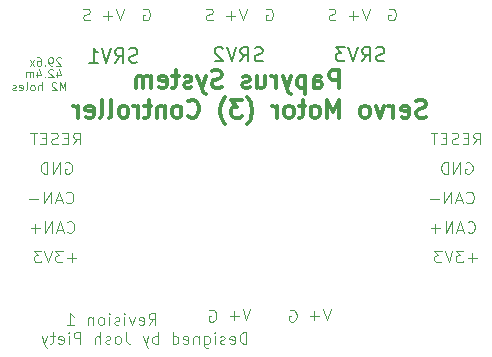
<source format=gbr>
%TF.GenerationSoftware,KiCad,Pcbnew,9.0.2*%
%TF.CreationDate,2025-06-30T23:17:22-04:00*%
%TF.ProjectId,Serv3Controller,53657276-3343-46f6-9e74-726f6c6c6572,rev?*%
%TF.SameCoordinates,Original*%
%TF.FileFunction,Legend,Bot*%
%TF.FilePolarity,Positive*%
%FSLAX46Y46*%
G04 Gerber Fmt 4.6, Leading zero omitted, Abs format (unit mm)*
G04 Created by KiCad (PCBNEW 9.0.2) date 2025-06-30 23:17:22*
%MOMM*%
%LPD*%
G01*
G04 APERTURE LIST*
%ADD10C,0.100000*%
%ADD11C,0.300000*%
%ADD12C,0.150000*%
%ADD13C,0.087500*%
G04 APERTURE END LIST*
D10*
X93296115Y-102572419D02*
X93296115Y-101572419D01*
X93296115Y-101572419D02*
X93058020Y-101572419D01*
X93058020Y-101572419D02*
X92915163Y-101620038D01*
X92915163Y-101620038D02*
X92819925Y-101715276D01*
X92819925Y-101715276D02*
X92772306Y-101810514D01*
X92772306Y-101810514D02*
X92724687Y-102000990D01*
X92724687Y-102000990D02*
X92724687Y-102143847D01*
X92724687Y-102143847D02*
X92772306Y-102334323D01*
X92772306Y-102334323D02*
X92819925Y-102429561D01*
X92819925Y-102429561D02*
X92915163Y-102524800D01*
X92915163Y-102524800D02*
X93058020Y-102572419D01*
X93058020Y-102572419D02*
X93296115Y-102572419D01*
X91915163Y-102524800D02*
X92010401Y-102572419D01*
X92010401Y-102572419D02*
X92200877Y-102572419D01*
X92200877Y-102572419D02*
X92296115Y-102524800D01*
X92296115Y-102524800D02*
X92343734Y-102429561D01*
X92343734Y-102429561D02*
X92343734Y-102048609D01*
X92343734Y-102048609D02*
X92296115Y-101953371D01*
X92296115Y-101953371D02*
X92200877Y-101905752D01*
X92200877Y-101905752D02*
X92010401Y-101905752D01*
X92010401Y-101905752D02*
X91915163Y-101953371D01*
X91915163Y-101953371D02*
X91867544Y-102048609D01*
X91867544Y-102048609D02*
X91867544Y-102143847D01*
X91867544Y-102143847D02*
X92343734Y-102239085D01*
X91486591Y-102524800D02*
X91391353Y-102572419D01*
X91391353Y-102572419D02*
X91200877Y-102572419D01*
X91200877Y-102572419D02*
X91105639Y-102524800D01*
X91105639Y-102524800D02*
X91058020Y-102429561D01*
X91058020Y-102429561D02*
X91058020Y-102381942D01*
X91058020Y-102381942D02*
X91105639Y-102286704D01*
X91105639Y-102286704D02*
X91200877Y-102239085D01*
X91200877Y-102239085D02*
X91343734Y-102239085D01*
X91343734Y-102239085D02*
X91438972Y-102191466D01*
X91438972Y-102191466D02*
X91486591Y-102096228D01*
X91486591Y-102096228D02*
X91486591Y-102048609D01*
X91486591Y-102048609D02*
X91438972Y-101953371D01*
X91438972Y-101953371D02*
X91343734Y-101905752D01*
X91343734Y-101905752D02*
X91200877Y-101905752D01*
X91200877Y-101905752D02*
X91105639Y-101953371D01*
X90629448Y-102572419D02*
X90629448Y-101905752D01*
X90629448Y-101572419D02*
X90677067Y-101620038D01*
X90677067Y-101620038D02*
X90629448Y-101667657D01*
X90629448Y-101667657D02*
X90581829Y-101620038D01*
X90581829Y-101620038D02*
X90629448Y-101572419D01*
X90629448Y-101572419D02*
X90629448Y-101667657D01*
X89724687Y-101905752D02*
X89724687Y-102715276D01*
X89724687Y-102715276D02*
X89772306Y-102810514D01*
X89772306Y-102810514D02*
X89819925Y-102858133D01*
X89819925Y-102858133D02*
X89915163Y-102905752D01*
X89915163Y-102905752D02*
X90058020Y-102905752D01*
X90058020Y-102905752D02*
X90153258Y-102858133D01*
X89724687Y-102524800D02*
X89819925Y-102572419D01*
X89819925Y-102572419D02*
X90010401Y-102572419D01*
X90010401Y-102572419D02*
X90105639Y-102524800D01*
X90105639Y-102524800D02*
X90153258Y-102477180D01*
X90153258Y-102477180D02*
X90200877Y-102381942D01*
X90200877Y-102381942D02*
X90200877Y-102096228D01*
X90200877Y-102096228D02*
X90153258Y-102000990D01*
X90153258Y-102000990D02*
X90105639Y-101953371D01*
X90105639Y-101953371D02*
X90010401Y-101905752D01*
X90010401Y-101905752D02*
X89819925Y-101905752D01*
X89819925Y-101905752D02*
X89724687Y-101953371D01*
X89248496Y-101905752D02*
X89248496Y-102572419D01*
X89248496Y-102000990D02*
X89200877Y-101953371D01*
X89200877Y-101953371D02*
X89105639Y-101905752D01*
X89105639Y-101905752D02*
X88962782Y-101905752D01*
X88962782Y-101905752D02*
X88867544Y-101953371D01*
X88867544Y-101953371D02*
X88819925Y-102048609D01*
X88819925Y-102048609D02*
X88819925Y-102572419D01*
X87962782Y-102524800D02*
X88058020Y-102572419D01*
X88058020Y-102572419D02*
X88248496Y-102572419D01*
X88248496Y-102572419D02*
X88343734Y-102524800D01*
X88343734Y-102524800D02*
X88391353Y-102429561D01*
X88391353Y-102429561D02*
X88391353Y-102048609D01*
X88391353Y-102048609D02*
X88343734Y-101953371D01*
X88343734Y-101953371D02*
X88248496Y-101905752D01*
X88248496Y-101905752D02*
X88058020Y-101905752D01*
X88058020Y-101905752D02*
X87962782Y-101953371D01*
X87962782Y-101953371D02*
X87915163Y-102048609D01*
X87915163Y-102048609D02*
X87915163Y-102143847D01*
X87915163Y-102143847D02*
X88391353Y-102239085D01*
X87058020Y-102572419D02*
X87058020Y-101572419D01*
X87058020Y-102524800D02*
X87153258Y-102572419D01*
X87153258Y-102572419D02*
X87343734Y-102572419D01*
X87343734Y-102572419D02*
X87438972Y-102524800D01*
X87438972Y-102524800D02*
X87486591Y-102477180D01*
X87486591Y-102477180D02*
X87534210Y-102381942D01*
X87534210Y-102381942D02*
X87534210Y-102096228D01*
X87534210Y-102096228D02*
X87486591Y-102000990D01*
X87486591Y-102000990D02*
X87438972Y-101953371D01*
X87438972Y-101953371D02*
X87343734Y-101905752D01*
X87343734Y-101905752D02*
X87153258Y-101905752D01*
X87153258Y-101905752D02*
X87058020Y-101953371D01*
X85819924Y-102572419D02*
X85819924Y-101572419D01*
X85819924Y-101953371D02*
X85724686Y-101905752D01*
X85724686Y-101905752D02*
X85534210Y-101905752D01*
X85534210Y-101905752D02*
X85438972Y-101953371D01*
X85438972Y-101953371D02*
X85391353Y-102000990D01*
X85391353Y-102000990D02*
X85343734Y-102096228D01*
X85343734Y-102096228D02*
X85343734Y-102381942D01*
X85343734Y-102381942D02*
X85391353Y-102477180D01*
X85391353Y-102477180D02*
X85438972Y-102524800D01*
X85438972Y-102524800D02*
X85534210Y-102572419D01*
X85534210Y-102572419D02*
X85724686Y-102572419D01*
X85724686Y-102572419D02*
X85819924Y-102524800D01*
X85010400Y-101905752D02*
X84772305Y-102572419D01*
X84534210Y-101905752D02*
X84772305Y-102572419D01*
X84772305Y-102572419D02*
X84867543Y-102810514D01*
X84867543Y-102810514D02*
X84915162Y-102858133D01*
X84915162Y-102858133D02*
X85010400Y-102905752D01*
X83105638Y-101572419D02*
X83105638Y-102286704D01*
X83105638Y-102286704D02*
X83153257Y-102429561D01*
X83153257Y-102429561D02*
X83248495Y-102524800D01*
X83248495Y-102524800D02*
X83391352Y-102572419D01*
X83391352Y-102572419D02*
X83486590Y-102572419D01*
X82486590Y-102572419D02*
X82581828Y-102524800D01*
X82581828Y-102524800D02*
X82629447Y-102477180D01*
X82629447Y-102477180D02*
X82677066Y-102381942D01*
X82677066Y-102381942D02*
X82677066Y-102096228D01*
X82677066Y-102096228D02*
X82629447Y-102000990D01*
X82629447Y-102000990D02*
X82581828Y-101953371D01*
X82581828Y-101953371D02*
X82486590Y-101905752D01*
X82486590Y-101905752D02*
X82343733Y-101905752D01*
X82343733Y-101905752D02*
X82248495Y-101953371D01*
X82248495Y-101953371D02*
X82200876Y-102000990D01*
X82200876Y-102000990D02*
X82153257Y-102096228D01*
X82153257Y-102096228D02*
X82153257Y-102381942D01*
X82153257Y-102381942D02*
X82200876Y-102477180D01*
X82200876Y-102477180D02*
X82248495Y-102524800D01*
X82248495Y-102524800D02*
X82343733Y-102572419D01*
X82343733Y-102572419D02*
X82486590Y-102572419D01*
X81772304Y-102524800D02*
X81677066Y-102572419D01*
X81677066Y-102572419D02*
X81486590Y-102572419D01*
X81486590Y-102572419D02*
X81391352Y-102524800D01*
X81391352Y-102524800D02*
X81343733Y-102429561D01*
X81343733Y-102429561D02*
X81343733Y-102381942D01*
X81343733Y-102381942D02*
X81391352Y-102286704D01*
X81391352Y-102286704D02*
X81486590Y-102239085D01*
X81486590Y-102239085D02*
X81629447Y-102239085D01*
X81629447Y-102239085D02*
X81724685Y-102191466D01*
X81724685Y-102191466D02*
X81772304Y-102096228D01*
X81772304Y-102096228D02*
X81772304Y-102048609D01*
X81772304Y-102048609D02*
X81724685Y-101953371D01*
X81724685Y-101953371D02*
X81629447Y-101905752D01*
X81629447Y-101905752D02*
X81486590Y-101905752D01*
X81486590Y-101905752D02*
X81391352Y-101953371D01*
X80915161Y-102572419D02*
X80915161Y-101572419D01*
X80486590Y-102572419D02*
X80486590Y-102048609D01*
X80486590Y-102048609D02*
X80534209Y-101953371D01*
X80534209Y-101953371D02*
X80629447Y-101905752D01*
X80629447Y-101905752D02*
X80772304Y-101905752D01*
X80772304Y-101905752D02*
X80867542Y-101953371D01*
X80867542Y-101953371D02*
X80915161Y-102000990D01*
X79248494Y-102572419D02*
X79248494Y-101572419D01*
X79248494Y-101572419D02*
X78867542Y-101572419D01*
X78867542Y-101572419D02*
X78772304Y-101620038D01*
X78772304Y-101620038D02*
X78724685Y-101667657D01*
X78724685Y-101667657D02*
X78677066Y-101762895D01*
X78677066Y-101762895D02*
X78677066Y-101905752D01*
X78677066Y-101905752D02*
X78724685Y-102000990D01*
X78724685Y-102000990D02*
X78772304Y-102048609D01*
X78772304Y-102048609D02*
X78867542Y-102096228D01*
X78867542Y-102096228D02*
X79248494Y-102096228D01*
X78248494Y-102572419D02*
X78248494Y-101905752D01*
X78248494Y-101572419D02*
X78296113Y-101620038D01*
X78296113Y-101620038D02*
X78248494Y-101667657D01*
X78248494Y-101667657D02*
X78200875Y-101620038D01*
X78200875Y-101620038D02*
X78248494Y-101572419D01*
X78248494Y-101572419D02*
X78248494Y-101667657D01*
X77391352Y-102524800D02*
X77486590Y-102572419D01*
X77486590Y-102572419D02*
X77677066Y-102572419D01*
X77677066Y-102572419D02*
X77772304Y-102524800D01*
X77772304Y-102524800D02*
X77819923Y-102429561D01*
X77819923Y-102429561D02*
X77819923Y-102048609D01*
X77819923Y-102048609D02*
X77772304Y-101953371D01*
X77772304Y-101953371D02*
X77677066Y-101905752D01*
X77677066Y-101905752D02*
X77486590Y-101905752D01*
X77486590Y-101905752D02*
X77391352Y-101953371D01*
X77391352Y-101953371D02*
X77343733Y-102048609D01*
X77343733Y-102048609D02*
X77343733Y-102143847D01*
X77343733Y-102143847D02*
X77819923Y-102239085D01*
X77058018Y-101905752D02*
X76677066Y-101905752D01*
X76915161Y-101572419D02*
X76915161Y-102429561D01*
X76915161Y-102429561D02*
X76867542Y-102524800D01*
X76867542Y-102524800D02*
X76772304Y-102572419D01*
X76772304Y-102572419D02*
X76677066Y-102572419D01*
X76438970Y-101905752D02*
X76200875Y-102572419D01*
X75962780Y-101905752D02*
X76200875Y-102572419D01*
X76200875Y-102572419D02*
X76296113Y-102810514D01*
X76296113Y-102810514D02*
X76343732Y-102858133D01*
X76343732Y-102858133D02*
X76438970Y-102905752D01*
X77972306Y-87220038D02*
X78067544Y-87172419D01*
X78067544Y-87172419D02*
X78210401Y-87172419D01*
X78210401Y-87172419D02*
X78353258Y-87220038D01*
X78353258Y-87220038D02*
X78448496Y-87315276D01*
X78448496Y-87315276D02*
X78496115Y-87410514D01*
X78496115Y-87410514D02*
X78543734Y-87600990D01*
X78543734Y-87600990D02*
X78543734Y-87743847D01*
X78543734Y-87743847D02*
X78496115Y-87934323D01*
X78496115Y-87934323D02*
X78448496Y-88029561D01*
X78448496Y-88029561D02*
X78353258Y-88124800D01*
X78353258Y-88124800D02*
X78210401Y-88172419D01*
X78210401Y-88172419D02*
X78115163Y-88172419D01*
X78115163Y-88172419D02*
X77972306Y-88124800D01*
X77972306Y-88124800D02*
X77924687Y-88077180D01*
X77924687Y-88077180D02*
X77924687Y-87743847D01*
X77924687Y-87743847D02*
X78115163Y-87743847D01*
X77496115Y-88172419D02*
X77496115Y-87172419D01*
X77496115Y-87172419D02*
X76924687Y-88172419D01*
X76924687Y-88172419D02*
X76924687Y-87172419D01*
X76448496Y-88172419D02*
X76448496Y-87172419D01*
X76448496Y-87172419D02*
X76210401Y-87172419D01*
X76210401Y-87172419D02*
X76067544Y-87220038D01*
X76067544Y-87220038D02*
X75972306Y-87315276D01*
X75972306Y-87315276D02*
X75924687Y-87410514D01*
X75924687Y-87410514D02*
X75877068Y-87600990D01*
X75877068Y-87600990D02*
X75877068Y-87743847D01*
X75877068Y-87743847D02*
X75924687Y-87934323D01*
X75924687Y-87934323D02*
X75972306Y-88029561D01*
X75972306Y-88029561D02*
X76067544Y-88124800D01*
X76067544Y-88124800D02*
X76210401Y-88172419D01*
X76210401Y-88172419D02*
X76448496Y-88172419D01*
D11*
X101145489Y-80900828D02*
X101145489Y-79400828D01*
X101145489Y-79400828D02*
X100574060Y-79400828D01*
X100574060Y-79400828D02*
X100431203Y-79472257D01*
X100431203Y-79472257D02*
X100359774Y-79543685D01*
X100359774Y-79543685D02*
X100288346Y-79686542D01*
X100288346Y-79686542D02*
X100288346Y-79900828D01*
X100288346Y-79900828D02*
X100359774Y-80043685D01*
X100359774Y-80043685D02*
X100431203Y-80115114D01*
X100431203Y-80115114D02*
X100574060Y-80186542D01*
X100574060Y-80186542D02*
X101145489Y-80186542D01*
X99002632Y-80900828D02*
X99002632Y-80115114D01*
X99002632Y-80115114D02*
X99074060Y-79972257D01*
X99074060Y-79972257D02*
X99216917Y-79900828D01*
X99216917Y-79900828D02*
X99502632Y-79900828D01*
X99502632Y-79900828D02*
X99645489Y-79972257D01*
X99002632Y-80829400D02*
X99145489Y-80900828D01*
X99145489Y-80900828D02*
X99502632Y-80900828D01*
X99502632Y-80900828D02*
X99645489Y-80829400D01*
X99645489Y-80829400D02*
X99716917Y-80686542D01*
X99716917Y-80686542D02*
X99716917Y-80543685D01*
X99716917Y-80543685D02*
X99645489Y-80400828D01*
X99645489Y-80400828D02*
X99502632Y-80329400D01*
X99502632Y-80329400D02*
X99145489Y-80329400D01*
X99145489Y-80329400D02*
X99002632Y-80257971D01*
X98288346Y-79900828D02*
X98288346Y-81400828D01*
X98288346Y-79972257D02*
X98145489Y-79900828D01*
X98145489Y-79900828D02*
X97859774Y-79900828D01*
X97859774Y-79900828D02*
X97716917Y-79972257D01*
X97716917Y-79972257D02*
X97645489Y-80043685D01*
X97645489Y-80043685D02*
X97574060Y-80186542D01*
X97574060Y-80186542D02*
X97574060Y-80615114D01*
X97574060Y-80615114D02*
X97645489Y-80757971D01*
X97645489Y-80757971D02*
X97716917Y-80829400D01*
X97716917Y-80829400D02*
X97859774Y-80900828D01*
X97859774Y-80900828D02*
X98145489Y-80900828D01*
X98145489Y-80900828D02*
X98288346Y-80829400D01*
X97074060Y-79900828D02*
X96716917Y-80900828D01*
X96359774Y-79900828D02*
X96716917Y-80900828D01*
X96716917Y-80900828D02*
X96859774Y-81257971D01*
X96859774Y-81257971D02*
X96931203Y-81329400D01*
X96931203Y-81329400D02*
X97074060Y-81400828D01*
X95788346Y-80900828D02*
X95788346Y-79900828D01*
X95788346Y-80186542D02*
X95716917Y-80043685D01*
X95716917Y-80043685D02*
X95645489Y-79972257D01*
X95645489Y-79972257D02*
X95502631Y-79900828D01*
X95502631Y-79900828D02*
X95359774Y-79900828D01*
X94216918Y-79900828D02*
X94216918Y-80900828D01*
X94859775Y-79900828D02*
X94859775Y-80686542D01*
X94859775Y-80686542D02*
X94788346Y-80829400D01*
X94788346Y-80829400D02*
X94645489Y-80900828D01*
X94645489Y-80900828D02*
X94431203Y-80900828D01*
X94431203Y-80900828D02*
X94288346Y-80829400D01*
X94288346Y-80829400D02*
X94216918Y-80757971D01*
X93574060Y-80829400D02*
X93431203Y-80900828D01*
X93431203Y-80900828D02*
X93145489Y-80900828D01*
X93145489Y-80900828D02*
X93002632Y-80829400D01*
X93002632Y-80829400D02*
X92931203Y-80686542D01*
X92931203Y-80686542D02*
X92931203Y-80615114D01*
X92931203Y-80615114D02*
X93002632Y-80472257D01*
X93002632Y-80472257D02*
X93145489Y-80400828D01*
X93145489Y-80400828D02*
X93359775Y-80400828D01*
X93359775Y-80400828D02*
X93502632Y-80329400D01*
X93502632Y-80329400D02*
X93574060Y-80186542D01*
X93574060Y-80186542D02*
X93574060Y-80115114D01*
X93574060Y-80115114D02*
X93502632Y-79972257D01*
X93502632Y-79972257D02*
X93359775Y-79900828D01*
X93359775Y-79900828D02*
X93145489Y-79900828D01*
X93145489Y-79900828D02*
X93002632Y-79972257D01*
X91216917Y-80829400D02*
X91002632Y-80900828D01*
X91002632Y-80900828D02*
X90645489Y-80900828D01*
X90645489Y-80900828D02*
X90502632Y-80829400D01*
X90502632Y-80829400D02*
X90431203Y-80757971D01*
X90431203Y-80757971D02*
X90359774Y-80615114D01*
X90359774Y-80615114D02*
X90359774Y-80472257D01*
X90359774Y-80472257D02*
X90431203Y-80329400D01*
X90431203Y-80329400D02*
X90502632Y-80257971D01*
X90502632Y-80257971D02*
X90645489Y-80186542D01*
X90645489Y-80186542D02*
X90931203Y-80115114D01*
X90931203Y-80115114D02*
X91074060Y-80043685D01*
X91074060Y-80043685D02*
X91145489Y-79972257D01*
X91145489Y-79972257D02*
X91216917Y-79829400D01*
X91216917Y-79829400D02*
X91216917Y-79686542D01*
X91216917Y-79686542D02*
X91145489Y-79543685D01*
X91145489Y-79543685D02*
X91074060Y-79472257D01*
X91074060Y-79472257D02*
X90931203Y-79400828D01*
X90931203Y-79400828D02*
X90574060Y-79400828D01*
X90574060Y-79400828D02*
X90359774Y-79472257D01*
X89859775Y-79900828D02*
X89502632Y-80900828D01*
X89145489Y-79900828D02*
X89502632Y-80900828D01*
X89502632Y-80900828D02*
X89645489Y-81257971D01*
X89645489Y-81257971D02*
X89716918Y-81329400D01*
X89716918Y-81329400D02*
X89859775Y-81400828D01*
X88645489Y-80829400D02*
X88502632Y-80900828D01*
X88502632Y-80900828D02*
X88216918Y-80900828D01*
X88216918Y-80900828D02*
X88074061Y-80829400D01*
X88074061Y-80829400D02*
X88002632Y-80686542D01*
X88002632Y-80686542D02*
X88002632Y-80615114D01*
X88002632Y-80615114D02*
X88074061Y-80472257D01*
X88074061Y-80472257D02*
X88216918Y-80400828D01*
X88216918Y-80400828D02*
X88431204Y-80400828D01*
X88431204Y-80400828D02*
X88574061Y-80329400D01*
X88574061Y-80329400D02*
X88645489Y-80186542D01*
X88645489Y-80186542D02*
X88645489Y-80115114D01*
X88645489Y-80115114D02*
X88574061Y-79972257D01*
X88574061Y-79972257D02*
X88431204Y-79900828D01*
X88431204Y-79900828D02*
X88216918Y-79900828D01*
X88216918Y-79900828D02*
X88074061Y-79972257D01*
X87574060Y-79900828D02*
X87002632Y-79900828D01*
X87359775Y-79400828D02*
X87359775Y-80686542D01*
X87359775Y-80686542D02*
X87288346Y-80829400D01*
X87288346Y-80829400D02*
X87145489Y-80900828D01*
X87145489Y-80900828D02*
X87002632Y-80900828D01*
X85931203Y-80829400D02*
X86074060Y-80900828D01*
X86074060Y-80900828D02*
X86359775Y-80900828D01*
X86359775Y-80900828D02*
X86502632Y-80829400D01*
X86502632Y-80829400D02*
X86574060Y-80686542D01*
X86574060Y-80686542D02*
X86574060Y-80115114D01*
X86574060Y-80115114D02*
X86502632Y-79972257D01*
X86502632Y-79972257D02*
X86359775Y-79900828D01*
X86359775Y-79900828D02*
X86074060Y-79900828D01*
X86074060Y-79900828D02*
X85931203Y-79972257D01*
X85931203Y-79972257D02*
X85859775Y-80115114D01*
X85859775Y-80115114D02*
X85859775Y-80257971D01*
X85859775Y-80257971D02*
X86574060Y-80400828D01*
X85216918Y-80900828D02*
X85216918Y-79900828D01*
X85216918Y-80043685D02*
X85145489Y-79972257D01*
X85145489Y-79972257D02*
X85002632Y-79900828D01*
X85002632Y-79900828D02*
X84788346Y-79900828D01*
X84788346Y-79900828D02*
X84645489Y-79972257D01*
X84645489Y-79972257D02*
X84574061Y-80115114D01*
X84574061Y-80115114D02*
X84574061Y-80900828D01*
X84574061Y-80115114D02*
X84502632Y-79972257D01*
X84502632Y-79972257D02*
X84359775Y-79900828D01*
X84359775Y-79900828D02*
X84145489Y-79900828D01*
X84145489Y-79900828D02*
X84002632Y-79972257D01*
X84002632Y-79972257D02*
X83931203Y-80115114D01*
X83931203Y-80115114D02*
X83931203Y-80900828D01*
D10*
X112024687Y-93077180D02*
X112072306Y-93124800D01*
X112072306Y-93124800D02*
X112215163Y-93172419D01*
X112215163Y-93172419D02*
X112310401Y-93172419D01*
X112310401Y-93172419D02*
X112453258Y-93124800D01*
X112453258Y-93124800D02*
X112548496Y-93029561D01*
X112548496Y-93029561D02*
X112596115Y-92934323D01*
X112596115Y-92934323D02*
X112643734Y-92743847D01*
X112643734Y-92743847D02*
X112643734Y-92600990D01*
X112643734Y-92600990D02*
X112596115Y-92410514D01*
X112596115Y-92410514D02*
X112548496Y-92315276D01*
X112548496Y-92315276D02*
X112453258Y-92220038D01*
X112453258Y-92220038D02*
X112310401Y-92172419D01*
X112310401Y-92172419D02*
X112215163Y-92172419D01*
X112215163Y-92172419D02*
X112072306Y-92220038D01*
X112072306Y-92220038D02*
X112024687Y-92267657D01*
X111643734Y-92886704D02*
X111167544Y-92886704D01*
X111738972Y-93172419D02*
X111405639Y-92172419D01*
X111405639Y-92172419D02*
X111072306Y-93172419D01*
X110738972Y-93172419D02*
X110738972Y-92172419D01*
X110738972Y-92172419D02*
X110167544Y-93172419D01*
X110167544Y-93172419D02*
X110167544Y-92172419D01*
X109691353Y-92791466D02*
X108929449Y-92791466D01*
X109310401Y-93172419D02*
X109310401Y-92410514D01*
X112796115Y-95291466D02*
X112034211Y-95291466D01*
X112415163Y-95672419D02*
X112415163Y-94910514D01*
X111653258Y-94672419D02*
X111034211Y-94672419D01*
X111034211Y-94672419D02*
X111367544Y-95053371D01*
X111367544Y-95053371D02*
X111224687Y-95053371D01*
X111224687Y-95053371D02*
X111129449Y-95100990D01*
X111129449Y-95100990D02*
X111081830Y-95148609D01*
X111081830Y-95148609D02*
X111034211Y-95243847D01*
X111034211Y-95243847D02*
X111034211Y-95481942D01*
X111034211Y-95481942D02*
X111081830Y-95577180D01*
X111081830Y-95577180D02*
X111129449Y-95624800D01*
X111129449Y-95624800D02*
X111224687Y-95672419D01*
X111224687Y-95672419D02*
X111510401Y-95672419D01*
X111510401Y-95672419D02*
X111605639Y-95624800D01*
X111605639Y-95624800D02*
X111653258Y-95577180D01*
X110748496Y-94672419D02*
X110415163Y-95672419D01*
X110415163Y-95672419D02*
X110081830Y-94672419D01*
X109843734Y-94672419D02*
X109224687Y-94672419D01*
X109224687Y-94672419D02*
X109558020Y-95053371D01*
X109558020Y-95053371D02*
X109415163Y-95053371D01*
X109415163Y-95053371D02*
X109319925Y-95100990D01*
X109319925Y-95100990D02*
X109272306Y-95148609D01*
X109272306Y-95148609D02*
X109224687Y-95243847D01*
X109224687Y-95243847D02*
X109224687Y-95481942D01*
X109224687Y-95481942D02*
X109272306Y-95577180D01*
X109272306Y-95577180D02*
X109319925Y-95624800D01*
X109319925Y-95624800D02*
X109415163Y-95672419D01*
X109415163Y-95672419D02*
X109700877Y-95672419D01*
X109700877Y-95672419D02*
X109796115Y-95624800D01*
X109796115Y-95624800D02*
X109843734Y-95577180D01*
X100843734Y-75124800D02*
X100700877Y-75172419D01*
X100700877Y-75172419D02*
X100462782Y-75172419D01*
X100462782Y-75172419D02*
X100367544Y-75124800D01*
X100367544Y-75124800D02*
X100319925Y-75077180D01*
X100319925Y-75077180D02*
X100272306Y-74981942D01*
X100272306Y-74981942D02*
X100272306Y-74886704D01*
X100272306Y-74886704D02*
X100319925Y-74791466D01*
X100319925Y-74791466D02*
X100367544Y-74743847D01*
X100367544Y-74743847D02*
X100462782Y-74696228D01*
X100462782Y-74696228D02*
X100653258Y-74648609D01*
X100653258Y-74648609D02*
X100748496Y-74600990D01*
X100748496Y-74600990D02*
X100796115Y-74553371D01*
X100796115Y-74553371D02*
X100843734Y-74458133D01*
X100843734Y-74458133D02*
X100843734Y-74362895D01*
X100843734Y-74362895D02*
X100796115Y-74267657D01*
X100796115Y-74267657D02*
X100748496Y-74220038D01*
X100748496Y-74220038D02*
X100653258Y-74172419D01*
X100653258Y-74172419D02*
X100415163Y-74172419D01*
X100415163Y-74172419D02*
X100272306Y-74220038D01*
X96972306Y-99720038D02*
X97067544Y-99672419D01*
X97067544Y-99672419D02*
X97210401Y-99672419D01*
X97210401Y-99672419D02*
X97353258Y-99720038D01*
X97353258Y-99720038D02*
X97448496Y-99815276D01*
X97448496Y-99815276D02*
X97496115Y-99910514D01*
X97496115Y-99910514D02*
X97543734Y-100100990D01*
X97543734Y-100100990D02*
X97543734Y-100243847D01*
X97543734Y-100243847D02*
X97496115Y-100434323D01*
X97496115Y-100434323D02*
X97448496Y-100529561D01*
X97448496Y-100529561D02*
X97353258Y-100624800D01*
X97353258Y-100624800D02*
X97210401Y-100672419D01*
X97210401Y-100672419D02*
X97115163Y-100672419D01*
X97115163Y-100672419D02*
X96972306Y-100624800D01*
X96972306Y-100624800D02*
X96924687Y-100577180D01*
X96924687Y-100577180D02*
X96924687Y-100243847D01*
X96924687Y-100243847D02*
X97115163Y-100243847D01*
D12*
X104972744Y-78588200D02*
X104801316Y-78645342D01*
X104801316Y-78645342D02*
X104515601Y-78645342D01*
X104515601Y-78645342D02*
X104401316Y-78588200D01*
X104401316Y-78588200D02*
X104344173Y-78531057D01*
X104344173Y-78531057D02*
X104287030Y-78416771D01*
X104287030Y-78416771D02*
X104287030Y-78302485D01*
X104287030Y-78302485D02*
X104344173Y-78188200D01*
X104344173Y-78188200D02*
X104401316Y-78131057D01*
X104401316Y-78131057D02*
X104515601Y-78073914D01*
X104515601Y-78073914D02*
X104744173Y-78016771D01*
X104744173Y-78016771D02*
X104858458Y-77959628D01*
X104858458Y-77959628D02*
X104915601Y-77902485D01*
X104915601Y-77902485D02*
X104972744Y-77788200D01*
X104972744Y-77788200D02*
X104972744Y-77673914D01*
X104972744Y-77673914D02*
X104915601Y-77559628D01*
X104915601Y-77559628D02*
X104858458Y-77502485D01*
X104858458Y-77502485D02*
X104744173Y-77445342D01*
X104744173Y-77445342D02*
X104458458Y-77445342D01*
X104458458Y-77445342D02*
X104287030Y-77502485D01*
X103087030Y-78645342D02*
X103487030Y-78073914D01*
X103772744Y-78645342D02*
X103772744Y-77445342D01*
X103772744Y-77445342D02*
X103315601Y-77445342D01*
X103315601Y-77445342D02*
X103201316Y-77502485D01*
X103201316Y-77502485D02*
X103144173Y-77559628D01*
X103144173Y-77559628D02*
X103087030Y-77673914D01*
X103087030Y-77673914D02*
X103087030Y-77845342D01*
X103087030Y-77845342D02*
X103144173Y-77959628D01*
X103144173Y-77959628D02*
X103201316Y-78016771D01*
X103201316Y-78016771D02*
X103315601Y-78073914D01*
X103315601Y-78073914D02*
X103772744Y-78073914D01*
X102744173Y-77445342D02*
X102344173Y-78645342D01*
X102344173Y-78645342D02*
X101944173Y-77445342D01*
X101658459Y-77445342D02*
X100915602Y-77445342D01*
X100915602Y-77445342D02*
X101315602Y-77902485D01*
X101315602Y-77902485D02*
X101144173Y-77902485D01*
X101144173Y-77902485D02*
X101029888Y-77959628D01*
X101029888Y-77959628D02*
X100972745Y-78016771D01*
X100972745Y-78016771D02*
X100915602Y-78131057D01*
X100915602Y-78131057D02*
X100915602Y-78416771D01*
X100915602Y-78416771D02*
X100972745Y-78531057D01*
X100972745Y-78531057D02*
X101029888Y-78588200D01*
X101029888Y-78588200D02*
X101144173Y-78645342D01*
X101144173Y-78645342D02*
X101487030Y-78645342D01*
X101487030Y-78645342D02*
X101601316Y-78588200D01*
X101601316Y-78588200D02*
X101658459Y-78531057D01*
D10*
X84572306Y-74220038D02*
X84667544Y-74172419D01*
X84667544Y-74172419D02*
X84810401Y-74172419D01*
X84810401Y-74172419D02*
X84953258Y-74220038D01*
X84953258Y-74220038D02*
X85048496Y-74315276D01*
X85048496Y-74315276D02*
X85096115Y-74410514D01*
X85096115Y-74410514D02*
X85143734Y-74600990D01*
X85143734Y-74600990D02*
X85143734Y-74743847D01*
X85143734Y-74743847D02*
X85096115Y-74934323D01*
X85096115Y-74934323D02*
X85048496Y-75029561D01*
X85048496Y-75029561D02*
X84953258Y-75124800D01*
X84953258Y-75124800D02*
X84810401Y-75172419D01*
X84810401Y-75172419D02*
X84715163Y-75172419D01*
X84715163Y-75172419D02*
X84572306Y-75124800D01*
X84572306Y-75124800D02*
X84524687Y-75077180D01*
X84524687Y-75077180D02*
X84524687Y-74743847D01*
X84524687Y-74743847D02*
X84715163Y-74743847D01*
D12*
X84072744Y-78688200D02*
X83901316Y-78745342D01*
X83901316Y-78745342D02*
X83615601Y-78745342D01*
X83615601Y-78745342D02*
X83501316Y-78688200D01*
X83501316Y-78688200D02*
X83444173Y-78631057D01*
X83444173Y-78631057D02*
X83387030Y-78516771D01*
X83387030Y-78516771D02*
X83387030Y-78402485D01*
X83387030Y-78402485D02*
X83444173Y-78288200D01*
X83444173Y-78288200D02*
X83501316Y-78231057D01*
X83501316Y-78231057D02*
X83615601Y-78173914D01*
X83615601Y-78173914D02*
X83844173Y-78116771D01*
X83844173Y-78116771D02*
X83958458Y-78059628D01*
X83958458Y-78059628D02*
X84015601Y-78002485D01*
X84015601Y-78002485D02*
X84072744Y-77888200D01*
X84072744Y-77888200D02*
X84072744Y-77773914D01*
X84072744Y-77773914D02*
X84015601Y-77659628D01*
X84015601Y-77659628D02*
X83958458Y-77602485D01*
X83958458Y-77602485D02*
X83844173Y-77545342D01*
X83844173Y-77545342D02*
X83558458Y-77545342D01*
X83558458Y-77545342D02*
X83387030Y-77602485D01*
X82187030Y-78745342D02*
X82587030Y-78173914D01*
X82872744Y-78745342D02*
X82872744Y-77545342D01*
X82872744Y-77545342D02*
X82415601Y-77545342D01*
X82415601Y-77545342D02*
X82301316Y-77602485D01*
X82301316Y-77602485D02*
X82244173Y-77659628D01*
X82244173Y-77659628D02*
X82187030Y-77773914D01*
X82187030Y-77773914D02*
X82187030Y-77945342D01*
X82187030Y-77945342D02*
X82244173Y-78059628D01*
X82244173Y-78059628D02*
X82301316Y-78116771D01*
X82301316Y-78116771D02*
X82415601Y-78173914D01*
X82415601Y-78173914D02*
X82872744Y-78173914D01*
X81844173Y-77545342D02*
X81444173Y-78745342D01*
X81444173Y-78745342D02*
X81044173Y-77545342D01*
X80015602Y-78745342D02*
X80701316Y-78745342D01*
X80358459Y-78745342D02*
X80358459Y-77545342D01*
X80358459Y-77545342D02*
X80472745Y-77716771D01*
X80472745Y-77716771D02*
X80587030Y-77831057D01*
X80587030Y-77831057D02*
X80701316Y-77888200D01*
D10*
X105372306Y-74220038D02*
X105467544Y-74172419D01*
X105467544Y-74172419D02*
X105610401Y-74172419D01*
X105610401Y-74172419D02*
X105753258Y-74220038D01*
X105753258Y-74220038D02*
X105848496Y-74315276D01*
X105848496Y-74315276D02*
X105896115Y-74410514D01*
X105896115Y-74410514D02*
X105943734Y-74600990D01*
X105943734Y-74600990D02*
X105943734Y-74743847D01*
X105943734Y-74743847D02*
X105896115Y-74934323D01*
X105896115Y-74934323D02*
X105848496Y-75029561D01*
X105848496Y-75029561D02*
X105753258Y-75124800D01*
X105753258Y-75124800D02*
X105610401Y-75172419D01*
X105610401Y-75172419D02*
X105515163Y-75172419D01*
X105515163Y-75172419D02*
X105372306Y-75124800D01*
X105372306Y-75124800D02*
X105324687Y-75077180D01*
X105324687Y-75077180D02*
X105324687Y-74743847D01*
X105324687Y-74743847D02*
X105515163Y-74743847D01*
X78124687Y-93077180D02*
X78172306Y-93124800D01*
X78172306Y-93124800D02*
X78315163Y-93172419D01*
X78315163Y-93172419D02*
X78410401Y-93172419D01*
X78410401Y-93172419D02*
X78553258Y-93124800D01*
X78553258Y-93124800D02*
X78648496Y-93029561D01*
X78648496Y-93029561D02*
X78696115Y-92934323D01*
X78696115Y-92934323D02*
X78743734Y-92743847D01*
X78743734Y-92743847D02*
X78743734Y-92600990D01*
X78743734Y-92600990D02*
X78696115Y-92410514D01*
X78696115Y-92410514D02*
X78648496Y-92315276D01*
X78648496Y-92315276D02*
X78553258Y-92220038D01*
X78553258Y-92220038D02*
X78410401Y-92172419D01*
X78410401Y-92172419D02*
X78315163Y-92172419D01*
X78315163Y-92172419D02*
X78172306Y-92220038D01*
X78172306Y-92220038D02*
X78124687Y-92267657D01*
X77743734Y-92886704D02*
X77267544Y-92886704D01*
X77838972Y-93172419D02*
X77505639Y-92172419D01*
X77505639Y-92172419D02*
X77172306Y-93172419D01*
X76838972Y-93172419D02*
X76838972Y-92172419D01*
X76838972Y-92172419D02*
X76267544Y-93172419D01*
X76267544Y-93172419D02*
X76267544Y-92172419D01*
X75791353Y-92791466D02*
X75029449Y-92791466D01*
X75410401Y-93172419D02*
X75410401Y-92410514D01*
X93638972Y-99572419D02*
X93305639Y-100572419D01*
X93305639Y-100572419D02*
X92972306Y-99572419D01*
X92638972Y-100191466D02*
X91877068Y-100191466D01*
X92258020Y-100572419D02*
X92258020Y-99810514D01*
X80043734Y-75124800D02*
X79900877Y-75172419D01*
X79900877Y-75172419D02*
X79662782Y-75172419D01*
X79662782Y-75172419D02*
X79567544Y-75124800D01*
X79567544Y-75124800D02*
X79519925Y-75077180D01*
X79519925Y-75077180D02*
X79472306Y-74981942D01*
X79472306Y-74981942D02*
X79472306Y-74886704D01*
X79472306Y-74886704D02*
X79519925Y-74791466D01*
X79519925Y-74791466D02*
X79567544Y-74743847D01*
X79567544Y-74743847D02*
X79662782Y-74696228D01*
X79662782Y-74696228D02*
X79853258Y-74648609D01*
X79853258Y-74648609D02*
X79948496Y-74600990D01*
X79948496Y-74600990D02*
X79996115Y-74553371D01*
X79996115Y-74553371D02*
X80043734Y-74458133D01*
X80043734Y-74458133D02*
X80043734Y-74362895D01*
X80043734Y-74362895D02*
X79996115Y-74267657D01*
X79996115Y-74267657D02*
X79948496Y-74220038D01*
X79948496Y-74220038D02*
X79853258Y-74172419D01*
X79853258Y-74172419D02*
X79615163Y-74172419D01*
X79615163Y-74172419D02*
X79472306Y-74220038D01*
X111872306Y-87220038D02*
X111967544Y-87172419D01*
X111967544Y-87172419D02*
X112110401Y-87172419D01*
X112110401Y-87172419D02*
X112253258Y-87220038D01*
X112253258Y-87220038D02*
X112348496Y-87315276D01*
X112348496Y-87315276D02*
X112396115Y-87410514D01*
X112396115Y-87410514D02*
X112443734Y-87600990D01*
X112443734Y-87600990D02*
X112443734Y-87743847D01*
X112443734Y-87743847D02*
X112396115Y-87934323D01*
X112396115Y-87934323D02*
X112348496Y-88029561D01*
X112348496Y-88029561D02*
X112253258Y-88124800D01*
X112253258Y-88124800D02*
X112110401Y-88172419D01*
X112110401Y-88172419D02*
X112015163Y-88172419D01*
X112015163Y-88172419D02*
X111872306Y-88124800D01*
X111872306Y-88124800D02*
X111824687Y-88077180D01*
X111824687Y-88077180D02*
X111824687Y-87743847D01*
X111824687Y-87743847D02*
X112015163Y-87743847D01*
X111396115Y-88172419D02*
X111396115Y-87172419D01*
X111396115Y-87172419D02*
X110824687Y-88172419D01*
X110824687Y-88172419D02*
X110824687Y-87172419D01*
X110348496Y-88172419D02*
X110348496Y-87172419D01*
X110348496Y-87172419D02*
X110110401Y-87172419D01*
X110110401Y-87172419D02*
X109967544Y-87220038D01*
X109967544Y-87220038D02*
X109872306Y-87315276D01*
X109872306Y-87315276D02*
X109824687Y-87410514D01*
X109824687Y-87410514D02*
X109777068Y-87600990D01*
X109777068Y-87600990D02*
X109777068Y-87743847D01*
X109777068Y-87743847D02*
X109824687Y-87934323D01*
X109824687Y-87934323D02*
X109872306Y-88029561D01*
X109872306Y-88029561D02*
X109967544Y-88124800D01*
X109967544Y-88124800D02*
X110110401Y-88172419D01*
X110110401Y-88172419D02*
X110348496Y-88172419D01*
X103738972Y-74172419D02*
X103405639Y-75172419D01*
X103405639Y-75172419D02*
X103072306Y-74172419D01*
X102738972Y-74791466D02*
X101977068Y-74791466D01*
X102358020Y-75172419D02*
X102358020Y-74410514D01*
X78024687Y-90577180D02*
X78072306Y-90624800D01*
X78072306Y-90624800D02*
X78215163Y-90672419D01*
X78215163Y-90672419D02*
X78310401Y-90672419D01*
X78310401Y-90672419D02*
X78453258Y-90624800D01*
X78453258Y-90624800D02*
X78548496Y-90529561D01*
X78548496Y-90529561D02*
X78596115Y-90434323D01*
X78596115Y-90434323D02*
X78643734Y-90243847D01*
X78643734Y-90243847D02*
X78643734Y-90100990D01*
X78643734Y-90100990D02*
X78596115Y-89910514D01*
X78596115Y-89910514D02*
X78548496Y-89815276D01*
X78548496Y-89815276D02*
X78453258Y-89720038D01*
X78453258Y-89720038D02*
X78310401Y-89672419D01*
X78310401Y-89672419D02*
X78215163Y-89672419D01*
X78215163Y-89672419D02*
X78072306Y-89720038D01*
X78072306Y-89720038D02*
X78024687Y-89767657D01*
X77643734Y-90386704D02*
X77167544Y-90386704D01*
X77738972Y-90672419D02*
X77405639Y-89672419D01*
X77405639Y-89672419D02*
X77072306Y-90672419D01*
X76738972Y-90672419D02*
X76738972Y-89672419D01*
X76738972Y-89672419D02*
X76167544Y-90672419D01*
X76167544Y-90672419D02*
X76167544Y-89672419D01*
X75691353Y-90291466D02*
X74929449Y-90291466D01*
D11*
X108516917Y-83329400D02*
X108302632Y-83400828D01*
X108302632Y-83400828D02*
X107945489Y-83400828D01*
X107945489Y-83400828D02*
X107802632Y-83329400D01*
X107802632Y-83329400D02*
X107731203Y-83257971D01*
X107731203Y-83257971D02*
X107659774Y-83115114D01*
X107659774Y-83115114D02*
X107659774Y-82972257D01*
X107659774Y-82972257D02*
X107731203Y-82829400D01*
X107731203Y-82829400D02*
X107802632Y-82757971D01*
X107802632Y-82757971D02*
X107945489Y-82686542D01*
X107945489Y-82686542D02*
X108231203Y-82615114D01*
X108231203Y-82615114D02*
X108374060Y-82543685D01*
X108374060Y-82543685D02*
X108445489Y-82472257D01*
X108445489Y-82472257D02*
X108516917Y-82329400D01*
X108516917Y-82329400D02*
X108516917Y-82186542D01*
X108516917Y-82186542D02*
X108445489Y-82043685D01*
X108445489Y-82043685D02*
X108374060Y-81972257D01*
X108374060Y-81972257D02*
X108231203Y-81900828D01*
X108231203Y-81900828D02*
X107874060Y-81900828D01*
X107874060Y-81900828D02*
X107659774Y-81972257D01*
X106445489Y-83329400D02*
X106588346Y-83400828D01*
X106588346Y-83400828D02*
X106874061Y-83400828D01*
X106874061Y-83400828D02*
X107016918Y-83329400D01*
X107016918Y-83329400D02*
X107088346Y-83186542D01*
X107088346Y-83186542D02*
X107088346Y-82615114D01*
X107088346Y-82615114D02*
X107016918Y-82472257D01*
X107016918Y-82472257D02*
X106874061Y-82400828D01*
X106874061Y-82400828D02*
X106588346Y-82400828D01*
X106588346Y-82400828D02*
X106445489Y-82472257D01*
X106445489Y-82472257D02*
X106374061Y-82615114D01*
X106374061Y-82615114D02*
X106374061Y-82757971D01*
X106374061Y-82757971D02*
X107088346Y-82900828D01*
X105731204Y-83400828D02*
X105731204Y-82400828D01*
X105731204Y-82686542D02*
X105659775Y-82543685D01*
X105659775Y-82543685D02*
X105588347Y-82472257D01*
X105588347Y-82472257D02*
X105445489Y-82400828D01*
X105445489Y-82400828D02*
X105302632Y-82400828D01*
X104945490Y-82400828D02*
X104588347Y-83400828D01*
X104588347Y-83400828D02*
X104231204Y-82400828D01*
X103445490Y-83400828D02*
X103588347Y-83329400D01*
X103588347Y-83329400D02*
X103659776Y-83257971D01*
X103659776Y-83257971D02*
X103731204Y-83115114D01*
X103731204Y-83115114D02*
X103731204Y-82686542D01*
X103731204Y-82686542D02*
X103659776Y-82543685D01*
X103659776Y-82543685D02*
X103588347Y-82472257D01*
X103588347Y-82472257D02*
X103445490Y-82400828D01*
X103445490Y-82400828D02*
X103231204Y-82400828D01*
X103231204Y-82400828D02*
X103088347Y-82472257D01*
X103088347Y-82472257D02*
X103016919Y-82543685D01*
X103016919Y-82543685D02*
X102945490Y-82686542D01*
X102945490Y-82686542D02*
X102945490Y-83115114D01*
X102945490Y-83115114D02*
X103016919Y-83257971D01*
X103016919Y-83257971D02*
X103088347Y-83329400D01*
X103088347Y-83329400D02*
X103231204Y-83400828D01*
X103231204Y-83400828D02*
X103445490Y-83400828D01*
X101159776Y-83400828D02*
X101159776Y-81900828D01*
X101159776Y-81900828D02*
X100659776Y-82972257D01*
X100659776Y-82972257D02*
X100159776Y-81900828D01*
X100159776Y-81900828D02*
X100159776Y-83400828D01*
X99231204Y-83400828D02*
X99374061Y-83329400D01*
X99374061Y-83329400D02*
X99445490Y-83257971D01*
X99445490Y-83257971D02*
X99516918Y-83115114D01*
X99516918Y-83115114D02*
X99516918Y-82686542D01*
X99516918Y-82686542D02*
X99445490Y-82543685D01*
X99445490Y-82543685D02*
X99374061Y-82472257D01*
X99374061Y-82472257D02*
X99231204Y-82400828D01*
X99231204Y-82400828D02*
X99016918Y-82400828D01*
X99016918Y-82400828D02*
X98874061Y-82472257D01*
X98874061Y-82472257D02*
X98802633Y-82543685D01*
X98802633Y-82543685D02*
X98731204Y-82686542D01*
X98731204Y-82686542D02*
X98731204Y-83115114D01*
X98731204Y-83115114D02*
X98802633Y-83257971D01*
X98802633Y-83257971D02*
X98874061Y-83329400D01*
X98874061Y-83329400D02*
X99016918Y-83400828D01*
X99016918Y-83400828D02*
X99231204Y-83400828D01*
X98302632Y-82400828D02*
X97731204Y-82400828D01*
X98088347Y-81900828D02*
X98088347Y-83186542D01*
X98088347Y-83186542D02*
X98016918Y-83329400D01*
X98016918Y-83329400D02*
X97874061Y-83400828D01*
X97874061Y-83400828D02*
X97731204Y-83400828D01*
X97016918Y-83400828D02*
X97159775Y-83329400D01*
X97159775Y-83329400D02*
X97231204Y-83257971D01*
X97231204Y-83257971D02*
X97302632Y-83115114D01*
X97302632Y-83115114D02*
X97302632Y-82686542D01*
X97302632Y-82686542D02*
X97231204Y-82543685D01*
X97231204Y-82543685D02*
X97159775Y-82472257D01*
X97159775Y-82472257D02*
X97016918Y-82400828D01*
X97016918Y-82400828D02*
X96802632Y-82400828D01*
X96802632Y-82400828D02*
X96659775Y-82472257D01*
X96659775Y-82472257D02*
X96588347Y-82543685D01*
X96588347Y-82543685D02*
X96516918Y-82686542D01*
X96516918Y-82686542D02*
X96516918Y-83115114D01*
X96516918Y-83115114D02*
X96588347Y-83257971D01*
X96588347Y-83257971D02*
X96659775Y-83329400D01*
X96659775Y-83329400D02*
X96802632Y-83400828D01*
X96802632Y-83400828D02*
X97016918Y-83400828D01*
X95874061Y-83400828D02*
X95874061Y-82400828D01*
X95874061Y-82686542D02*
X95802632Y-82543685D01*
X95802632Y-82543685D02*
X95731204Y-82472257D01*
X95731204Y-82472257D02*
X95588346Y-82400828D01*
X95588346Y-82400828D02*
X95445489Y-82400828D01*
X93374061Y-83972257D02*
X93445490Y-83900828D01*
X93445490Y-83900828D02*
X93588347Y-83686542D01*
X93588347Y-83686542D02*
X93659776Y-83543685D01*
X93659776Y-83543685D02*
X93731204Y-83329400D01*
X93731204Y-83329400D02*
X93802633Y-82972257D01*
X93802633Y-82972257D02*
X93802633Y-82686542D01*
X93802633Y-82686542D02*
X93731204Y-82329400D01*
X93731204Y-82329400D02*
X93659776Y-82115114D01*
X93659776Y-82115114D02*
X93588347Y-81972257D01*
X93588347Y-81972257D02*
X93445490Y-81757971D01*
X93445490Y-81757971D02*
X93374061Y-81686542D01*
X92945490Y-81900828D02*
X92016918Y-81900828D01*
X92016918Y-81900828D02*
X92516918Y-82472257D01*
X92516918Y-82472257D02*
X92302633Y-82472257D01*
X92302633Y-82472257D02*
X92159776Y-82543685D01*
X92159776Y-82543685D02*
X92088347Y-82615114D01*
X92088347Y-82615114D02*
X92016918Y-82757971D01*
X92016918Y-82757971D02*
X92016918Y-83115114D01*
X92016918Y-83115114D02*
X92088347Y-83257971D01*
X92088347Y-83257971D02*
X92159776Y-83329400D01*
X92159776Y-83329400D02*
X92302633Y-83400828D01*
X92302633Y-83400828D02*
X92731204Y-83400828D01*
X92731204Y-83400828D02*
X92874061Y-83329400D01*
X92874061Y-83329400D02*
X92945490Y-83257971D01*
X91516919Y-83972257D02*
X91445490Y-83900828D01*
X91445490Y-83900828D02*
X91302633Y-83686542D01*
X91302633Y-83686542D02*
X91231205Y-83543685D01*
X91231205Y-83543685D02*
X91159776Y-83329400D01*
X91159776Y-83329400D02*
X91088347Y-82972257D01*
X91088347Y-82972257D02*
X91088347Y-82686542D01*
X91088347Y-82686542D02*
X91159776Y-82329400D01*
X91159776Y-82329400D02*
X91231205Y-82115114D01*
X91231205Y-82115114D02*
X91302633Y-81972257D01*
X91302633Y-81972257D02*
X91445490Y-81757971D01*
X91445490Y-81757971D02*
X91516919Y-81686542D01*
X88374062Y-83257971D02*
X88445490Y-83329400D01*
X88445490Y-83329400D02*
X88659776Y-83400828D01*
X88659776Y-83400828D02*
X88802633Y-83400828D01*
X88802633Y-83400828D02*
X89016919Y-83329400D01*
X89016919Y-83329400D02*
X89159776Y-83186542D01*
X89159776Y-83186542D02*
X89231205Y-83043685D01*
X89231205Y-83043685D02*
X89302633Y-82757971D01*
X89302633Y-82757971D02*
X89302633Y-82543685D01*
X89302633Y-82543685D02*
X89231205Y-82257971D01*
X89231205Y-82257971D02*
X89159776Y-82115114D01*
X89159776Y-82115114D02*
X89016919Y-81972257D01*
X89016919Y-81972257D02*
X88802633Y-81900828D01*
X88802633Y-81900828D02*
X88659776Y-81900828D01*
X88659776Y-81900828D02*
X88445490Y-81972257D01*
X88445490Y-81972257D02*
X88374062Y-82043685D01*
X87516919Y-83400828D02*
X87659776Y-83329400D01*
X87659776Y-83329400D02*
X87731205Y-83257971D01*
X87731205Y-83257971D02*
X87802633Y-83115114D01*
X87802633Y-83115114D02*
X87802633Y-82686542D01*
X87802633Y-82686542D02*
X87731205Y-82543685D01*
X87731205Y-82543685D02*
X87659776Y-82472257D01*
X87659776Y-82472257D02*
X87516919Y-82400828D01*
X87516919Y-82400828D02*
X87302633Y-82400828D01*
X87302633Y-82400828D02*
X87159776Y-82472257D01*
X87159776Y-82472257D02*
X87088348Y-82543685D01*
X87088348Y-82543685D02*
X87016919Y-82686542D01*
X87016919Y-82686542D02*
X87016919Y-83115114D01*
X87016919Y-83115114D02*
X87088348Y-83257971D01*
X87088348Y-83257971D02*
X87159776Y-83329400D01*
X87159776Y-83329400D02*
X87302633Y-83400828D01*
X87302633Y-83400828D02*
X87516919Y-83400828D01*
X86374062Y-82400828D02*
X86374062Y-83400828D01*
X86374062Y-82543685D02*
X86302633Y-82472257D01*
X86302633Y-82472257D02*
X86159776Y-82400828D01*
X86159776Y-82400828D02*
X85945490Y-82400828D01*
X85945490Y-82400828D02*
X85802633Y-82472257D01*
X85802633Y-82472257D02*
X85731205Y-82615114D01*
X85731205Y-82615114D02*
X85731205Y-83400828D01*
X85231204Y-82400828D02*
X84659776Y-82400828D01*
X85016919Y-81900828D02*
X85016919Y-83186542D01*
X85016919Y-83186542D02*
X84945490Y-83329400D01*
X84945490Y-83329400D02*
X84802633Y-83400828D01*
X84802633Y-83400828D02*
X84659776Y-83400828D01*
X84159776Y-83400828D02*
X84159776Y-82400828D01*
X84159776Y-82686542D02*
X84088347Y-82543685D01*
X84088347Y-82543685D02*
X84016919Y-82472257D01*
X84016919Y-82472257D02*
X83874061Y-82400828D01*
X83874061Y-82400828D02*
X83731204Y-82400828D01*
X83016919Y-83400828D02*
X83159776Y-83329400D01*
X83159776Y-83329400D02*
X83231205Y-83257971D01*
X83231205Y-83257971D02*
X83302633Y-83115114D01*
X83302633Y-83115114D02*
X83302633Y-82686542D01*
X83302633Y-82686542D02*
X83231205Y-82543685D01*
X83231205Y-82543685D02*
X83159776Y-82472257D01*
X83159776Y-82472257D02*
X83016919Y-82400828D01*
X83016919Y-82400828D02*
X82802633Y-82400828D01*
X82802633Y-82400828D02*
X82659776Y-82472257D01*
X82659776Y-82472257D02*
X82588348Y-82543685D01*
X82588348Y-82543685D02*
X82516919Y-82686542D01*
X82516919Y-82686542D02*
X82516919Y-83115114D01*
X82516919Y-83115114D02*
X82588348Y-83257971D01*
X82588348Y-83257971D02*
X82659776Y-83329400D01*
X82659776Y-83329400D02*
X82802633Y-83400828D01*
X82802633Y-83400828D02*
X83016919Y-83400828D01*
X81659776Y-83400828D02*
X81802633Y-83329400D01*
X81802633Y-83329400D02*
X81874062Y-83186542D01*
X81874062Y-83186542D02*
X81874062Y-81900828D01*
X80874062Y-83400828D02*
X81016919Y-83329400D01*
X81016919Y-83329400D02*
X81088348Y-83186542D01*
X81088348Y-83186542D02*
X81088348Y-81900828D01*
X79731205Y-83329400D02*
X79874062Y-83400828D01*
X79874062Y-83400828D02*
X80159777Y-83400828D01*
X80159777Y-83400828D02*
X80302634Y-83329400D01*
X80302634Y-83329400D02*
X80374062Y-83186542D01*
X80374062Y-83186542D02*
X80374062Y-82615114D01*
X80374062Y-82615114D02*
X80302634Y-82472257D01*
X80302634Y-82472257D02*
X80159777Y-82400828D01*
X80159777Y-82400828D02*
X79874062Y-82400828D01*
X79874062Y-82400828D02*
X79731205Y-82472257D01*
X79731205Y-82472257D02*
X79659777Y-82615114D01*
X79659777Y-82615114D02*
X79659777Y-82757971D01*
X79659777Y-82757971D02*
X80374062Y-82900828D01*
X79016920Y-83400828D02*
X79016920Y-82400828D01*
X79016920Y-82686542D02*
X78945491Y-82543685D01*
X78945491Y-82543685D02*
X78874063Y-82472257D01*
X78874063Y-82472257D02*
X78731205Y-82400828D01*
X78731205Y-82400828D02*
X78588348Y-82400828D01*
D10*
X111924687Y-90577180D02*
X111972306Y-90624800D01*
X111972306Y-90624800D02*
X112115163Y-90672419D01*
X112115163Y-90672419D02*
X112210401Y-90672419D01*
X112210401Y-90672419D02*
X112353258Y-90624800D01*
X112353258Y-90624800D02*
X112448496Y-90529561D01*
X112448496Y-90529561D02*
X112496115Y-90434323D01*
X112496115Y-90434323D02*
X112543734Y-90243847D01*
X112543734Y-90243847D02*
X112543734Y-90100990D01*
X112543734Y-90100990D02*
X112496115Y-89910514D01*
X112496115Y-89910514D02*
X112448496Y-89815276D01*
X112448496Y-89815276D02*
X112353258Y-89720038D01*
X112353258Y-89720038D02*
X112210401Y-89672419D01*
X112210401Y-89672419D02*
X112115163Y-89672419D01*
X112115163Y-89672419D02*
X111972306Y-89720038D01*
X111972306Y-89720038D02*
X111924687Y-89767657D01*
X111543734Y-90386704D02*
X111067544Y-90386704D01*
X111638972Y-90672419D02*
X111305639Y-89672419D01*
X111305639Y-89672419D02*
X110972306Y-90672419D01*
X110638972Y-90672419D02*
X110638972Y-89672419D01*
X110638972Y-89672419D02*
X110067544Y-90672419D01*
X110067544Y-90672419D02*
X110067544Y-89672419D01*
X109591353Y-90291466D02*
X108829449Y-90291466D01*
D13*
X77975768Y-81109783D02*
X77975768Y-80409783D01*
X77975768Y-80409783D02*
X77742435Y-80909783D01*
X77742435Y-80909783D02*
X77509101Y-80409783D01*
X77509101Y-80409783D02*
X77509101Y-81109783D01*
X77209101Y-80476450D02*
X77175768Y-80443116D01*
X77175768Y-80443116D02*
X77109101Y-80409783D01*
X77109101Y-80409783D02*
X76942435Y-80409783D01*
X76942435Y-80409783D02*
X76875768Y-80443116D01*
X76875768Y-80443116D02*
X76842435Y-80476450D01*
X76842435Y-80476450D02*
X76809101Y-80543116D01*
X76809101Y-80543116D02*
X76809101Y-80609783D01*
X76809101Y-80609783D02*
X76842435Y-80709783D01*
X76842435Y-80709783D02*
X77242435Y-81109783D01*
X77242435Y-81109783D02*
X76809101Y-81109783D01*
X75975768Y-81109783D02*
X75975768Y-80409783D01*
X75675768Y-81109783D02*
X75675768Y-80743116D01*
X75675768Y-80743116D02*
X75709101Y-80676450D01*
X75709101Y-80676450D02*
X75775768Y-80643116D01*
X75775768Y-80643116D02*
X75875768Y-80643116D01*
X75875768Y-80643116D02*
X75942435Y-80676450D01*
X75942435Y-80676450D02*
X75975768Y-80709783D01*
X75242435Y-81109783D02*
X75309102Y-81076450D01*
X75309102Y-81076450D02*
X75342435Y-81043116D01*
X75342435Y-81043116D02*
X75375768Y-80976450D01*
X75375768Y-80976450D02*
X75375768Y-80776450D01*
X75375768Y-80776450D02*
X75342435Y-80709783D01*
X75342435Y-80709783D02*
X75309102Y-80676450D01*
X75309102Y-80676450D02*
X75242435Y-80643116D01*
X75242435Y-80643116D02*
X75142435Y-80643116D01*
X75142435Y-80643116D02*
X75075768Y-80676450D01*
X75075768Y-80676450D02*
X75042435Y-80709783D01*
X75042435Y-80709783D02*
X75009102Y-80776450D01*
X75009102Y-80776450D02*
X75009102Y-80976450D01*
X75009102Y-80976450D02*
X75042435Y-81043116D01*
X75042435Y-81043116D02*
X75075768Y-81076450D01*
X75075768Y-81076450D02*
X75142435Y-81109783D01*
X75142435Y-81109783D02*
X75242435Y-81109783D01*
X74609102Y-81109783D02*
X74675769Y-81076450D01*
X74675769Y-81076450D02*
X74709102Y-81009783D01*
X74709102Y-81009783D02*
X74709102Y-80409783D01*
X74075768Y-81076450D02*
X74142435Y-81109783D01*
X74142435Y-81109783D02*
X74275768Y-81109783D01*
X74275768Y-81109783D02*
X74342435Y-81076450D01*
X74342435Y-81076450D02*
X74375768Y-81009783D01*
X74375768Y-81009783D02*
X74375768Y-80743116D01*
X74375768Y-80743116D02*
X74342435Y-80676450D01*
X74342435Y-80676450D02*
X74275768Y-80643116D01*
X74275768Y-80643116D02*
X74142435Y-80643116D01*
X74142435Y-80643116D02*
X74075768Y-80676450D01*
X74075768Y-80676450D02*
X74042435Y-80743116D01*
X74042435Y-80743116D02*
X74042435Y-80809783D01*
X74042435Y-80809783D02*
X74375768Y-80876450D01*
X73775768Y-81076450D02*
X73709102Y-81109783D01*
X73709102Y-81109783D02*
X73575768Y-81109783D01*
X73575768Y-81109783D02*
X73509102Y-81076450D01*
X73509102Y-81076450D02*
X73475768Y-81009783D01*
X73475768Y-81009783D02*
X73475768Y-80976450D01*
X73475768Y-80976450D02*
X73509102Y-80909783D01*
X73509102Y-80909783D02*
X73575768Y-80876450D01*
X73575768Y-80876450D02*
X73675768Y-80876450D01*
X73675768Y-80876450D02*
X73742435Y-80843116D01*
X73742435Y-80843116D02*
X73775768Y-80776450D01*
X73775768Y-80776450D02*
X73775768Y-80743116D01*
X73775768Y-80743116D02*
X73742435Y-80676450D01*
X73742435Y-80676450D02*
X73675768Y-80643116D01*
X73675768Y-80643116D02*
X73575768Y-80643116D01*
X73575768Y-80643116D02*
X73509102Y-80676450D01*
X77275768Y-79543116D02*
X77275768Y-80009783D01*
X77442435Y-79276450D02*
X77609101Y-79776450D01*
X77609101Y-79776450D02*
X77175768Y-79776450D01*
X76942434Y-79376450D02*
X76909101Y-79343116D01*
X76909101Y-79343116D02*
X76842434Y-79309783D01*
X76842434Y-79309783D02*
X76675768Y-79309783D01*
X76675768Y-79309783D02*
X76609101Y-79343116D01*
X76609101Y-79343116D02*
X76575768Y-79376450D01*
X76575768Y-79376450D02*
X76542434Y-79443116D01*
X76542434Y-79443116D02*
X76542434Y-79509783D01*
X76542434Y-79509783D02*
X76575768Y-79609783D01*
X76575768Y-79609783D02*
X76975768Y-80009783D01*
X76975768Y-80009783D02*
X76542434Y-80009783D01*
X76242434Y-79943116D02*
X76209101Y-79976450D01*
X76209101Y-79976450D02*
X76242434Y-80009783D01*
X76242434Y-80009783D02*
X76275767Y-79976450D01*
X76275767Y-79976450D02*
X76242434Y-79943116D01*
X76242434Y-79943116D02*
X76242434Y-80009783D01*
X75609101Y-79543116D02*
X75609101Y-80009783D01*
X75775768Y-79276450D02*
X75942434Y-79776450D01*
X75942434Y-79776450D02*
X75509101Y-79776450D01*
X75242434Y-80009783D02*
X75242434Y-79543116D01*
X75242434Y-79609783D02*
X75209101Y-79576450D01*
X75209101Y-79576450D02*
X75142434Y-79543116D01*
X75142434Y-79543116D02*
X75042434Y-79543116D01*
X75042434Y-79543116D02*
X74975767Y-79576450D01*
X74975767Y-79576450D02*
X74942434Y-79643116D01*
X74942434Y-79643116D02*
X74942434Y-80009783D01*
X74942434Y-79643116D02*
X74909101Y-79576450D01*
X74909101Y-79576450D02*
X74842434Y-79543116D01*
X74842434Y-79543116D02*
X74742434Y-79543116D01*
X74742434Y-79543116D02*
X74675767Y-79576450D01*
X74675767Y-79576450D02*
X74642434Y-79643116D01*
X74642434Y-79643116D02*
X74642434Y-80009783D01*
D10*
X90172306Y-99720038D02*
X90267544Y-99672419D01*
X90267544Y-99672419D02*
X90410401Y-99672419D01*
X90410401Y-99672419D02*
X90553258Y-99720038D01*
X90553258Y-99720038D02*
X90648496Y-99815276D01*
X90648496Y-99815276D02*
X90696115Y-99910514D01*
X90696115Y-99910514D02*
X90743734Y-100100990D01*
X90743734Y-100100990D02*
X90743734Y-100243847D01*
X90743734Y-100243847D02*
X90696115Y-100434323D01*
X90696115Y-100434323D02*
X90648496Y-100529561D01*
X90648496Y-100529561D02*
X90553258Y-100624800D01*
X90553258Y-100624800D02*
X90410401Y-100672419D01*
X90410401Y-100672419D02*
X90315163Y-100672419D01*
X90315163Y-100672419D02*
X90172306Y-100624800D01*
X90172306Y-100624800D02*
X90124687Y-100577180D01*
X90124687Y-100577180D02*
X90124687Y-100243847D01*
X90124687Y-100243847D02*
X90315163Y-100243847D01*
X112524687Y-85672419D02*
X112858020Y-85196228D01*
X113096115Y-85672419D02*
X113096115Y-84672419D01*
X113096115Y-84672419D02*
X112715163Y-84672419D01*
X112715163Y-84672419D02*
X112619925Y-84720038D01*
X112619925Y-84720038D02*
X112572306Y-84767657D01*
X112572306Y-84767657D02*
X112524687Y-84862895D01*
X112524687Y-84862895D02*
X112524687Y-85005752D01*
X112524687Y-85005752D02*
X112572306Y-85100990D01*
X112572306Y-85100990D02*
X112619925Y-85148609D01*
X112619925Y-85148609D02*
X112715163Y-85196228D01*
X112715163Y-85196228D02*
X113096115Y-85196228D01*
X112096115Y-85148609D02*
X111762782Y-85148609D01*
X111619925Y-85672419D02*
X112096115Y-85672419D01*
X112096115Y-85672419D02*
X112096115Y-84672419D01*
X112096115Y-84672419D02*
X111619925Y-84672419D01*
X111238972Y-85624800D02*
X111096115Y-85672419D01*
X111096115Y-85672419D02*
X110858020Y-85672419D01*
X110858020Y-85672419D02*
X110762782Y-85624800D01*
X110762782Y-85624800D02*
X110715163Y-85577180D01*
X110715163Y-85577180D02*
X110667544Y-85481942D01*
X110667544Y-85481942D02*
X110667544Y-85386704D01*
X110667544Y-85386704D02*
X110715163Y-85291466D01*
X110715163Y-85291466D02*
X110762782Y-85243847D01*
X110762782Y-85243847D02*
X110858020Y-85196228D01*
X110858020Y-85196228D02*
X111048496Y-85148609D01*
X111048496Y-85148609D02*
X111143734Y-85100990D01*
X111143734Y-85100990D02*
X111191353Y-85053371D01*
X111191353Y-85053371D02*
X111238972Y-84958133D01*
X111238972Y-84958133D02*
X111238972Y-84862895D01*
X111238972Y-84862895D02*
X111191353Y-84767657D01*
X111191353Y-84767657D02*
X111143734Y-84720038D01*
X111143734Y-84720038D02*
X111048496Y-84672419D01*
X111048496Y-84672419D02*
X110810401Y-84672419D01*
X110810401Y-84672419D02*
X110667544Y-84720038D01*
X110238972Y-85148609D02*
X109905639Y-85148609D01*
X109762782Y-85672419D02*
X110238972Y-85672419D01*
X110238972Y-85672419D02*
X110238972Y-84672419D01*
X110238972Y-84672419D02*
X109762782Y-84672419D01*
X109477067Y-84672419D02*
X108905639Y-84672419D01*
X109191353Y-85672419D02*
X109191353Y-84672419D01*
X85024687Y-100972419D02*
X85358020Y-100496228D01*
X85596115Y-100972419D02*
X85596115Y-99972419D01*
X85596115Y-99972419D02*
X85215163Y-99972419D01*
X85215163Y-99972419D02*
X85119925Y-100020038D01*
X85119925Y-100020038D02*
X85072306Y-100067657D01*
X85072306Y-100067657D02*
X85024687Y-100162895D01*
X85024687Y-100162895D02*
X85024687Y-100305752D01*
X85024687Y-100305752D02*
X85072306Y-100400990D01*
X85072306Y-100400990D02*
X85119925Y-100448609D01*
X85119925Y-100448609D02*
X85215163Y-100496228D01*
X85215163Y-100496228D02*
X85596115Y-100496228D01*
X84215163Y-100924800D02*
X84310401Y-100972419D01*
X84310401Y-100972419D02*
X84500877Y-100972419D01*
X84500877Y-100972419D02*
X84596115Y-100924800D01*
X84596115Y-100924800D02*
X84643734Y-100829561D01*
X84643734Y-100829561D02*
X84643734Y-100448609D01*
X84643734Y-100448609D02*
X84596115Y-100353371D01*
X84596115Y-100353371D02*
X84500877Y-100305752D01*
X84500877Y-100305752D02*
X84310401Y-100305752D01*
X84310401Y-100305752D02*
X84215163Y-100353371D01*
X84215163Y-100353371D02*
X84167544Y-100448609D01*
X84167544Y-100448609D02*
X84167544Y-100543847D01*
X84167544Y-100543847D02*
X84643734Y-100639085D01*
X83834210Y-100305752D02*
X83596115Y-100972419D01*
X83596115Y-100972419D02*
X83358020Y-100305752D01*
X82977067Y-100972419D02*
X82977067Y-100305752D01*
X82977067Y-99972419D02*
X83024686Y-100020038D01*
X83024686Y-100020038D02*
X82977067Y-100067657D01*
X82977067Y-100067657D02*
X82929448Y-100020038D01*
X82929448Y-100020038D02*
X82977067Y-99972419D01*
X82977067Y-99972419D02*
X82977067Y-100067657D01*
X82548496Y-100924800D02*
X82453258Y-100972419D01*
X82453258Y-100972419D02*
X82262782Y-100972419D01*
X82262782Y-100972419D02*
X82167544Y-100924800D01*
X82167544Y-100924800D02*
X82119925Y-100829561D01*
X82119925Y-100829561D02*
X82119925Y-100781942D01*
X82119925Y-100781942D02*
X82167544Y-100686704D01*
X82167544Y-100686704D02*
X82262782Y-100639085D01*
X82262782Y-100639085D02*
X82405639Y-100639085D01*
X82405639Y-100639085D02*
X82500877Y-100591466D01*
X82500877Y-100591466D02*
X82548496Y-100496228D01*
X82548496Y-100496228D02*
X82548496Y-100448609D01*
X82548496Y-100448609D02*
X82500877Y-100353371D01*
X82500877Y-100353371D02*
X82405639Y-100305752D01*
X82405639Y-100305752D02*
X82262782Y-100305752D01*
X82262782Y-100305752D02*
X82167544Y-100353371D01*
X81691353Y-100972419D02*
X81691353Y-100305752D01*
X81691353Y-99972419D02*
X81738972Y-100020038D01*
X81738972Y-100020038D02*
X81691353Y-100067657D01*
X81691353Y-100067657D02*
X81643734Y-100020038D01*
X81643734Y-100020038D02*
X81691353Y-99972419D01*
X81691353Y-99972419D02*
X81691353Y-100067657D01*
X81072306Y-100972419D02*
X81167544Y-100924800D01*
X81167544Y-100924800D02*
X81215163Y-100877180D01*
X81215163Y-100877180D02*
X81262782Y-100781942D01*
X81262782Y-100781942D02*
X81262782Y-100496228D01*
X81262782Y-100496228D02*
X81215163Y-100400990D01*
X81215163Y-100400990D02*
X81167544Y-100353371D01*
X81167544Y-100353371D02*
X81072306Y-100305752D01*
X81072306Y-100305752D02*
X80929449Y-100305752D01*
X80929449Y-100305752D02*
X80834211Y-100353371D01*
X80834211Y-100353371D02*
X80786592Y-100400990D01*
X80786592Y-100400990D02*
X80738973Y-100496228D01*
X80738973Y-100496228D02*
X80738973Y-100781942D01*
X80738973Y-100781942D02*
X80786592Y-100877180D01*
X80786592Y-100877180D02*
X80834211Y-100924800D01*
X80834211Y-100924800D02*
X80929449Y-100972419D01*
X80929449Y-100972419D02*
X81072306Y-100972419D01*
X80310401Y-100305752D02*
X80310401Y-100972419D01*
X80310401Y-100400990D02*
X80262782Y-100353371D01*
X80262782Y-100353371D02*
X80167544Y-100305752D01*
X80167544Y-100305752D02*
X80024687Y-100305752D01*
X80024687Y-100305752D02*
X79929449Y-100353371D01*
X79929449Y-100353371D02*
X79881830Y-100448609D01*
X79881830Y-100448609D02*
X79881830Y-100972419D01*
X78119925Y-100972419D02*
X78691353Y-100972419D01*
X78405639Y-100972419D02*
X78405639Y-99972419D01*
X78405639Y-99972419D02*
X78500877Y-100115276D01*
X78500877Y-100115276D02*
X78596115Y-100210514D01*
X78596115Y-100210514D02*
X78691353Y-100258133D01*
X78896115Y-95291466D02*
X78134211Y-95291466D01*
X78515163Y-95672419D02*
X78515163Y-94910514D01*
X77753258Y-94672419D02*
X77134211Y-94672419D01*
X77134211Y-94672419D02*
X77467544Y-95053371D01*
X77467544Y-95053371D02*
X77324687Y-95053371D01*
X77324687Y-95053371D02*
X77229449Y-95100990D01*
X77229449Y-95100990D02*
X77181830Y-95148609D01*
X77181830Y-95148609D02*
X77134211Y-95243847D01*
X77134211Y-95243847D02*
X77134211Y-95481942D01*
X77134211Y-95481942D02*
X77181830Y-95577180D01*
X77181830Y-95577180D02*
X77229449Y-95624800D01*
X77229449Y-95624800D02*
X77324687Y-95672419D01*
X77324687Y-95672419D02*
X77610401Y-95672419D01*
X77610401Y-95672419D02*
X77705639Y-95624800D01*
X77705639Y-95624800D02*
X77753258Y-95577180D01*
X76848496Y-94672419D02*
X76515163Y-95672419D01*
X76515163Y-95672419D02*
X76181830Y-94672419D01*
X75943734Y-94672419D02*
X75324687Y-94672419D01*
X75324687Y-94672419D02*
X75658020Y-95053371D01*
X75658020Y-95053371D02*
X75515163Y-95053371D01*
X75515163Y-95053371D02*
X75419925Y-95100990D01*
X75419925Y-95100990D02*
X75372306Y-95148609D01*
X75372306Y-95148609D02*
X75324687Y-95243847D01*
X75324687Y-95243847D02*
X75324687Y-95481942D01*
X75324687Y-95481942D02*
X75372306Y-95577180D01*
X75372306Y-95577180D02*
X75419925Y-95624800D01*
X75419925Y-95624800D02*
X75515163Y-95672419D01*
X75515163Y-95672419D02*
X75800877Y-95672419D01*
X75800877Y-95672419D02*
X75896115Y-95624800D01*
X75896115Y-95624800D02*
X75943734Y-95577180D01*
X100438972Y-99572419D02*
X100105639Y-100572419D01*
X100105639Y-100572419D02*
X99772306Y-99572419D01*
X99438972Y-100191466D02*
X98677068Y-100191466D01*
X99058020Y-100572419D02*
X99058020Y-99810514D01*
X94972306Y-74220038D02*
X95067544Y-74172419D01*
X95067544Y-74172419D02*
X95210401Y-74172419D01*
X95210401Y-74172419D02*
X95353258Y-74220038D01*
X95353258Y-74220038D02*
X95448496Y-74315276D01*
X95448496Y-74315276D02*
X95496115Y-74410514D01*
X95496115Y-74410514D02*
X95543734Y-74600990D01*
X95543734Y-74600990D02*
X95543734Y-74743847D01*
X95543734Y-74743847D02*
X95496115Y-74934323D01*
X95496115Y-74934323D02*
X95448496Y-75029561D01*
X95448496Y-75029561D02*
X95353258Y-75124800D01*
X95353258Y-75124800D02*
X95210401Y-75172419D01*
X95210401Y-75172419D02*
X95115163Y-75172419D01*
X95115163Y-75172419D02*
X94972306Y-75124800D01*
X94972306Y-75124800D02*
X94924687Y-75077180D01*
X94924687Y-75077180D02*
X94924687Y-74743847D01*
X94924687Y-74743847D02*
X95115163Y-74743847D01*
D12*
X94672744Y-78588200D02*
X94501316Y-78645342D01*
X94501316Y-78645342D02*
X94215601Y-78645342D01*
X94215601Y-78645342D02*
X94101316Y-78588200D01*
X94101316Y-78588200D02*
X94044173Y-78531057D01*
X94044173Y-78531057D02*
X93987030Y-78416771D01*
X93987030Y-78416771D02*
X93987030Y-78302485D01*
X93987030Y-78302485D02*
X94044173Y-78188200D01*
X94044173Y-78188200D02*
X94101316Y-78131057D01*
X94101316Y-78131057D02*
X94215601Y-78073914D01*
X94215601Y-78073914D02*
X94444173Y-78016771D01*
X94444173Y-78016771D02*
X94558458Y-77959628D01*
X94558458Y-77959628D02*
X94615601Y-77902485D01*
X94615601Y-77902485D02*
X94672744Y-77788200D01*
X94672744Y-77788200D02*
X94672744Y-77673914D01*
X94672744Y-77673914D02*
X94615601Y-77559628D01*
X94615601Y-77559628D02*
X94558458Y-77502485D01*
X94558458Y-77502485D02*
X94444173Y-77445342D01*
X94444173Y-77445342D02*
X94158458Y-77445342D01*
X94158458Y-77445342D02*
X93987030Y-77502485D01*
X92787030Y-78645342D02*
X93187030Y-78073914D01*
X93472744Y-78645342D02*
X93472744Y-77445342D01*
X93472744Y-77445342D02*
X93015601Y-77445342D01*
X93015601Y-77445342D02*
X92901316Y-77502485D01*
X92901316Y-77502485D02*
X92844173Y-77559628D01*
X92844173Y-77559628D02*
X92787030Y-77673914D01*
X92787030Y-77673914D02*
X92787030Y-77845342D01*
X92787030Y-77845342D02*
X92844173Y-77959628D01*
X92844173Y-77959628D02*
X92901316Y-78016771D01*
X92901316Y-78016771D02*
X93015601Y-78073914D01*
X93015601Y-78073914D02*
X93472744Y-78073914D01*
X92444173Y-77445342D02*
X92044173Y-78645342D01*
X92044173Y-78645342D02*
X91644173Y-77445342D01*
X91301316Y-77559628D02*
X91244173Y-77502485D01*
X91244173Y-77502485D02*
X91129888Y-77445342D01*
X91129888Y-77445342D02*
X90844173Y-77445342D01*
X90844173Y-77445342D02*
X90729888Y-77502485D01*
X90729888Y-77502485D02*
X90672745Y-77559628D01*
X90672745Y-77559628D02*
X90615602Y-77673914D01*
X90615602Y-77673914D02*
X90615602Y-77788200D01*
X90615602Y-77788200D02*
X90672745Y-77959628D01*
X90672745Y-77959628D02*
X91358459Y-78645342D01*
X91358459Y-78645342D02*
X90615602Y-78645342D01*
D13*
X77609101Y-78376450D02*
X77575768Y-78343116D01*
X77575768Y-78343116D02*
X77509101Y-78309783D01*
X77509101Y-78309783D02*
X77342435Y-78309783D01*
X77342435Y-78309783D02*
X77275768Y-78343116D01*
X77275768Y-78343116D02*
X77242435Y-78376450D01*
X77242435Y-78376450D02*
X77209101Y-78443116D01*
X77209101Y-78443116D02*
X77209101Y-78509783D01*
X77209101Y-78509783D02*
X77242435Y-78609783D01*
X77242435Y-78609783D02*
X77642435Y-79009783D01*
X77642435Y-79009783D02*
X77209101Y-79009783D01*
X76875768Y-79009783D02*
X76742434Y-79009783D01*
X76742434Y-79009783D02*
X76675768Y-78976450D01*
X76675768Y-78976450D02*
X76642434Y-78943116D01*
X76642434Y-78943116D02*
X76575768Y-78843116D01*
X76575768Y-78843116D02*
X76542434Y-78709783D01*
X76542434Y-78709783D02*
X76542434Y-78443116D01*
X76542434Y-78443116D02*
X76575768Y-78376450D01*
X76575768Y-78376450D02*
X76609101Y-78343116D01*
X76609101Y-78343116D02*
X76675768Y-78309783D01*
X76675768Y-78309783D02*
X76809101Y-78309783D01*
X76809101Y-78309783D02*
X76875768Y-78343116D01*
X76875768Y-78343116D02*
X76909101Y-78376450D01*
X76909101Y-78376450D02*
X76942434Y-78443116D01*
X76942434Y-78443116D02*
X76942434Y-78609783D01*
X76942434Y-78609783D02*
X76909101Y-78676450D01*
X76909101Y-78676450D02*
X76875768Y-78709783D01*
X76875768Y-78709783D02*
X76809101Y-78743116D01*
X76809101Y-78743116D02*
X76675768Y-78743116D01*
X76675768Y-78743116D02*
X76609101Y-78709783D01*
X76609101Y-78709783D02*
X76575768Y-78676450D01*
X76575768Y-78676450D02*
X76542434Y-78609783D01*
X76242434Y-78943116D02*
X76209101Y-78976450D01*
X76209101Y-78976450D02*
X76242434Y-79009783D01*
X76242434Y-79009783D02*
X76275767Y-78976450D01*
X76275767Y-78976450D02*
X76242434Y-78943116D01*
X76242434Y-78943116D02*
X76242434Y-79009783D01*
X75609101Y-78309783D02*
X75742434Y-78309783D01*
X75742434Y-78309783D02*
X75809101Y-78343116D01*
X75809101Y-78343116D02*
X75842434Y-78376450D01*
X75842434Y-78376450D02*
X75909101Y-78476450D01*
X75909101Y-78476450D02*
X75942434Y-78609783D01*
X75942434Y-78609783D02*
X75942434Y-78876450D01*
X75942434Y-78876450D02*
X75909101Y-78943116D01*
X75909101Y-78943116D02*
X75875768Y-78976450D01*
X75875768Y-78976450D02*
X75809101Y-79009783D01*
X75809101Y-79009783D02*
X75675768Y-79009783D01*
X75675768Y-79009783D02*
X75609101Y-78976450D01*
X75609101Y-78976450D02*
X75575768Y-78943116D01*
X75575768Y-78943116D02*
X75542434Y-78876450D01*
X75542434Y-78876450D02*
X75542434Y-78709783D01*
X75542434Y-78709783D02*
X75575768Y-78643116D01*
X75575768Y-78643116D02*
X75609101Y-78609783D01*
X75609101Y-78609783D02*
X75675768Y-78576450D01*
X75675768Y-78576450D02*
X75809101Y-78576450D01*
X75809101Y-78576450D02*
X75875768Y-78609783D01*
X75875768Y-78609783D02*
X75909101Y-78643116D01*
X75909101Y-78643116D02*
X75942434Y-78709783D01*
X75309101Y-79009783D02*
X74942434Y-78543116D01*
X75309101Y-78543116D02*
X74942434Y-79009783D01*
D10*
X90443734Y-75124800D02*
X90300877Y-75172419D01*
X90300877Y-75172419D02*
X90062782Y-75172419D01*
X90062782Y-75172419D02*
X89967544Y-75124800D01*
X89967544Y-75124800D02*
X89919925Y-75077180D01*
X89919925Y-75077180D02*
X89872306Y-74981942D01*
X89872306Y-74981942D02*
X89872306Y-74886704D01*
X89872306Y-74886704D02*
X89919925Y-74791466D01*
X89919925Y-74791466D02*
X89967544Y-74743847D01*
X89967544Y-74743847D02*
X90062782Y-74696228D01*
X90062782Y-74696228D02*
X90253258Y-74648609D01*
X90253258Y-74648609D02*
X90348496Y-74600990D01*
X90348496Y-74600990D02*
X90396115Y-74553371D01*
X90396115Y-74553371D02*
X90443734Y-74458133D01*
X90443734Y-74458133D02*
X90443734Y-74362895D01*
X90443734Y-74362895D02*
X90396115Y-74267657D01*
X90396115Y-74267657D02*
X90348496Y-74220038D01*
X90348496Y-74220038D02*
X90253258Y-74172419D01*
X90253258Y-74172419D02*
X90015163Y-74172419D01*
X90015163Y-74172419D02*
X89872306Y-74220038D01*
X82938972Y-74172419D02*
X82605639Y-75172419D01*
X82605639Y-75172419D02*
X82272306Y-74172419D01*
X81938972Y-74791466D02*
X81177068Y-74791466D01*
X81558020Y-75172419D02*
X81558020Y-74410514D01*
X78624687Y-85672419D02*
X78958020Y-85196228D01*
X79196115Y-85672419D02*
X79196115Y-84672419D01*
X79196115Y-84672419D02*
X78815163Y-84672419D01*
X78815163Y-84672419D02*
X78719925Y-84720038D01*
X78719925Y-84720038D02*
X78672306Y-84767657D01*
X78672306Y-84767657D02*
X78624687Y-84862895D01*
X78624687Y-84862895D02*
X78624687Y-85005752D01*
X78624687Y-85005752D02*
X78672306Y-85100990D01*
X78672306Y-85100990D02*
X78719925Y-85148609D01*
X78719925Y-85148609D02*
X78815163Y-85196228D01*
X78815163Y-85196228D02*
X79196115Y-85196228D01*
X78196115Y-85148609D02*
X77862782Y-85148609D01*
X77719925Y-85672419D02*
X78196115Y-85672419D01*
X78196115Y-85672419D02*
X78196115Y-84672419D01*
X78196115Y-84672419D02*
X77719925Y-84672419D01*
X77338972Y-85624800D02*
X77196115Y-85672419D01*
X77196115Y-85672419D02*
X76958020Y-85672419D01*
X76958020Y-85672419D02*
X76862782Y-85624800D01*
X76862782Y-85624800D02*
X76815163Y-85577180D01*
X76815163Y-85577180D02*
X76767544Y-85481942D01*
X76767544Y-85481942D02*
X76767544Y-85386704D01*
X76767544Y-85386704D02*
X76815163Y-85291466D01*
X76815163Y-85291466D02*
X76862782Y-85243847D01*
X76862782Y-85243847D02*
X76958020Y-85196228D01*
X76958020Y-85196228D02*
X77148496Y-85148609D01*
X77148496Y-85148609D02*
X77243734Y-85100990D01*
X77243734Y-85100990D02*
X77291353Y-85053371D01*
X77291353Y-85053371D02*
X77338972Y-84958133D01*
X77338972Y-84958133D02*
X77338972Y-84862895D01*
X77338972Y-84862895D02*
X77291353Y-84767657D01*
X77291353Y-84767657D02*
X77243734Y-84720038D01*
X77243734Y-84720038D02*
X77148496Y-84672419D01*
X77148496Y-84672419D02*
X76910401Y-84672419D01*
X76910401Y-84672419D02*
X76767544Y-84720038D01*
X76338972Y-85148609D02*
X76005639Y-85148609D01*
X75862782Y-85672419D02*
X76338972Y-85672419D01*
X76338972Y-85672419D02*
X76338972Y-84672419D01*
X76338972Y-84672419D02*
X75862782Y-84672419D01*
X75577067Y-84672419D02*
X75005639Y-84672419D01*
X75291353Y-85672419D02*
X75291353Y-84672419D01*
X93338972Y-74172419D02*
X93005639Y-75172419D01*
X93005639Y-75172419D02*
X92672306Y-74172419D01*
X92338972Y-74791466D02*
X91577068Y-74791466D01*
X91958020Y-75172419D02*
X91958020Y-74410514D01*
M02*

</source>
